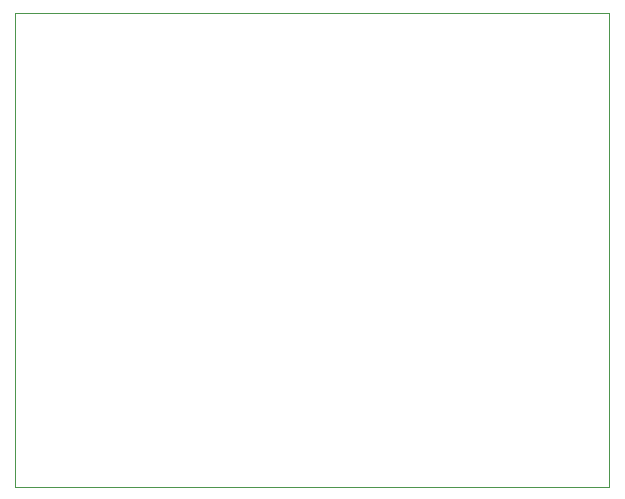
<source format=gbr>
G04 #@! TF.FileFunction,Profile,NP*
%FSLAX46Y46*%
G04 Gerber Fmt 4.6, Leading zero omitted, Abs format (unit mm)*
G04 Created by KiCad (PCBNEW (2015-05-13 BZR 5653)-product) date 7. 1. 2016 10:12:27*
%MOMM*%
G01*
G04 APERTURE LIST*
%ADD10C,0.300000*%
%ADD11C,0.100000*%
G04 APERTURE END LIST*
D10*
D11*
X50546000Y40386000D02*
X254000Y40386000D01*
X50546000Y254000D02*
X50546000Y40386000D01*
X254000Y254000D02*
X50546000Y254000D01*
X254000Y254000D02*
X254000Y40386000D01*
M02*

</source>
